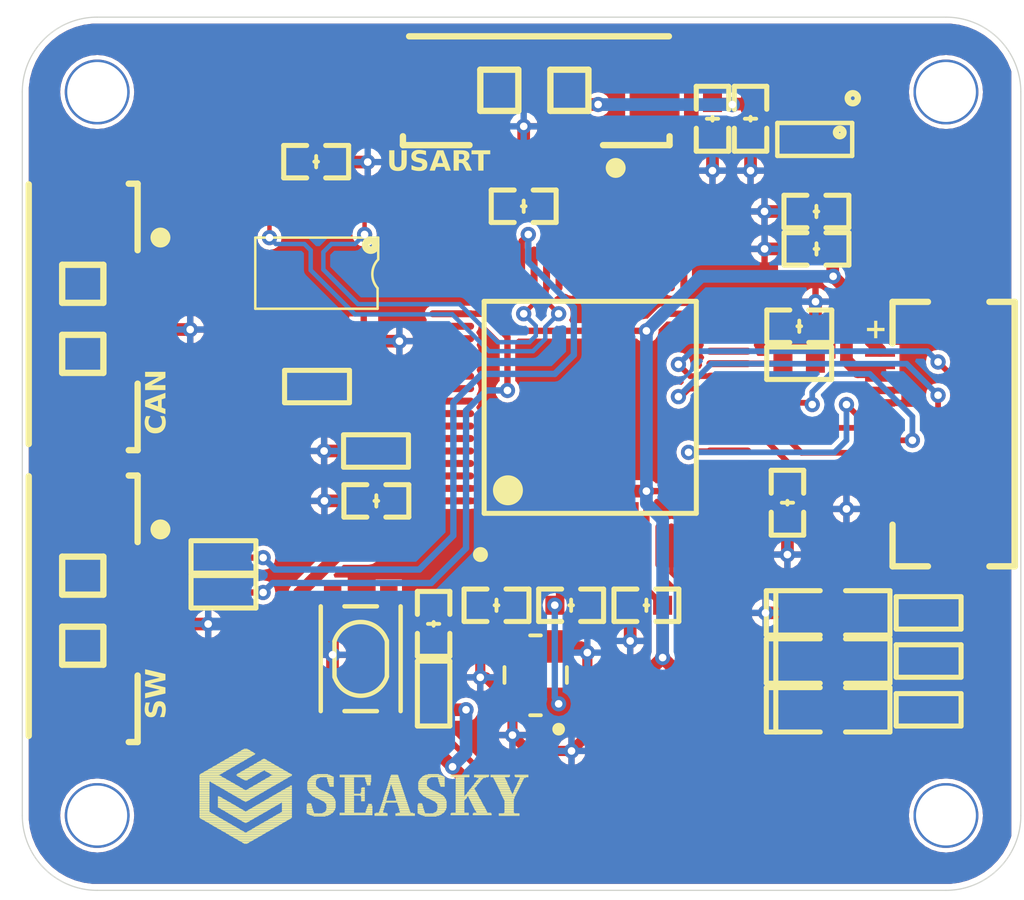
<source format=kicad_pcb>
(kicad_pcb (version 20241229) (generator "pcbnew") (generator_version "9.0")
  (layers (0 "F.Cu" signal "Top Layer") (2 "B.Cu" signal "Bottom Layer") (13 "F.Paste" user "Top Paste") (15 "B.Paste" user "Bottom Paste") (5 "F.SilkS" user "Top Overlay") (7 "B.SilkS" user "Bottom Overlay") (1 "F.Mask" user "Top Solder") (3 "B.Mask" user "Bottom Solder") (25 "Edge.Cuts" user))
  (net 0 "")
  (net 1 "USART1_RX(PA10)")
  (net 2 "USART1_TX(P9)")
  (net 3 "NetC10_1")
  (net 4 "NetR6_1")
  (net 5 "CAN_L")
  (net 6 "CAN_H")
  (net 7 "NetC8_2")
  (net 8 "NetR8_2")
  (net 9 "NetR9_2")
  (net 10 "NetR11_2")
  (net 11 "NetC17_2")
  (net 12 "SPI1_MISO(PA6)")
  (net 13 "SPI1_MOSI(PA7)")
  (net 14 "CSB1_ACC(PC4)")
  (net 15 "LED2(PA1)")
  (net 16 "LED1(PA0)")
  (net 17 "NetLED1_1")
  (net 18 "NetLED3_1")
  (net 19 "NetLED2_1")
  (net 20 "NRST")
  (net 21 "NetC9_2")
  (net 22 "CAN1_RX(PA11)")
  (net 23 "CAN1_TX(PA12)")
  (net 24 "SWDIO(PA13)")
  (net 25 "SWCLK(PA14)")
  (net 26 "INT1_ACCEL(PB0)")
  (net 27 "INT3_GYRO(PB1)")
  (net 28 "CSB2_GYRO(PC5)")
  (net 29 "SPI1_SCK(PA5)")
  (net 30 "VCC5VS")
  (net 31 "GNDS")
  (net 32 "VCC3V3S")
  (footprint "1.10-µçÈÝ:C 0603_L" (layer "F.Cu") (at 148.5859 95.08391 180)
    (property "Reference" "C8" (hide yes))
    (property "Value" "2.2uF" (hide yes))
  )
  (footprint "1.10-µçÈÝ:C 0603_L" (layer "F.Cu") (at 160.31237 95.29301)
    (property "Reference" "C14" (hide yes))
    (property "Value" "10uF" (hide yes))
  )
  (footprint "mx_pcb_library:SMD-3225_4P" (layer "F.Cu") (at 149.98614 115.02759 90)
    (property "Reference" "Y1" (hide yes))
    (property "Value" "12MHz" (hide yes))
  )
  (footprint "1.01-µç×è:R 0603_L" (layer "F.Cu") (at 136.55962 109.13882 180)
    (property "Reference" "R8" (hide yes))
    (property "Value" "0R" (hide yes))
  )
  (footprint "1.10-µçÈÝ:C 0603_L" (layer "F.Cu") (at 142.6833 106.89324)
    (property "Reference" "C3" (hide yes))
    (property "Value" "0.1uF" (hide yes))
  )
  (footprint "1.10-µçÈÝ:C 0603_L" (layer "F.Cu") (at 147.4967 111.07657 180)
    (property "Reference" "C10" (hide yes))
    (property "Value" "22pF" (hide yes))
  )
  (footprint "1.01-µç×è:R 0603_L" (layer "F.Cu") (at 164.8079 113.31193)
    (property "Reference" "R3" (hide yes))
    (property "Value" "4.7K" (hide yes))
  )
  (footprint "1.01-µç×è:R 0603_L" (layer "F.Cu") (at 142.6707 104.89325 180)
    (property "Reference" "R6" (hide yes))
    (property "Value" "10K" (hide yes))
  )
  (footprint "1.10-µçÈÝ:C 0603_L" (layer "F.Cu") (at 160.31533 96.79353)
    (property "Reference" "C15" (hide yes))
    (property "Value" "0.1uF" (hide yes))
  )
  (footprint "1.10-µçÈÝ:C 0603_L" (layer "F.Cu") (at 159.15187 106.96623 90)
    (property "Reference" "C18" (hide yes))
    (property "Value" "0.1uF" (hide yes))
  )
  (footprint "1.10-µçÈÝ:C 0603_L" (layer "F.Cu") (at 150.48601 111.07649 180)
    (property "Reference" "C9" (hide yes))
    (property "Value" "22pF" (hide yes))
  )
  (footprint "4.50-MX1.25Á¬½ÓÆ÷:MX 1.25-WS-4P" (layer "F.Cu") (at 130.9867 111.11074 -90)
    (property "Reference" "SW1" (hide yes))
    (property "Value" "HDR-1X4" (hide yes))
  )
  (footprint "1.01-µç×è:R 0603_L" (layer "F.Cu") (at 136.55962 110.53574 180)
    (property "Reference" "R9" (hide yes))
    (property "Value" "0R" (hide yes))
  )
  (footprint "" (layer "F.Cu") (at 131.5011 90.5036)
    (property "Reference" "")
    (property "Value" "")
  )
  (footprint "1.01-µç×è:R 0603_L" (layer "F.Cu") (at 144.97773 114.61651 -90)
    (property "Reference" "R10" (hide yes))
    (property "Value" "10K" (hide yes))
  )
  (footprint "mx_pcb_library:LQFP-64_10X10X05P" (layer "F.Cu") (at 151.25207 103.14319 90)
    (property "Reference" "U3" (hide yes))
    (property "Value" "STM32F405RGT6" (hide yes))
  )
  (footprint "mx_pcb_library:FPC-SMD_P0.50-14P_QCHF-SM-H2.0" (layer "F.Cu") (at 164.4371 104.2156 -90)
    (property "Reference" "FPC2" (hide yes))
    (property "Value" "FPC14" (hide yes))
  )
  (footprint "1.31-LED·¢¹â¶þ¼«¹Ü:LED 0805R" (layer "F.Cu") (at 160.9725 111.38153 180)
    (property "Reference" "LED1" (hide yes))
    (property "Value" "红色" (hide yes))
  )
  (footprint "1.10-µçÈÝ:C 0603_L" (layer "F.Cu") (at 157.6735 91.57634 90)
    (property "Reference" "C12" (hide yes))
    (property "Value" "0.1uF" (hide yes))
  )
  (footprint "1.31-LED·¢¹â¶þ¼«¹Ü:LED 0805G" (layer "F.Cu") (at 160.9725 113.31193 180)
    (property "Reference" "LED3" (hide yes))
    (property "Value" "红色" (hide yes))
  )
  (footprint "4.50-MX1.25Á¬½ÓÆ÷:MX 1.25-WS-4P" (layer "F.Cu") (at 130.9867 99.41247 -90)
    (property "Reference" "CAN1" (hide yes))
    (property "Value" "HDR-1X4" (hide yes))
  )
  (footprint "1.10-µçÈÝ:C 0603_L" (layer "F.Cu") (at 140.27279 93.29649)
    (property "Reference" "C19" (hide yes))
    (property "Value" "0.1uF" (hide yes))
  )
  (footprint "1.01-µç×è:R 0603_L" (layer "F.Cu") (at 159.6215 101.37542 180)
    (property "Reference" "R11" (hide yes))
    (property "Value" "10K" (hide yes))
  )
  (footprint "1.10-µçÈÝ:C 0603_L" (layer "F.Cu") (at 159.62602 99.89334 180)
    (property "Reference" "C17" (hide yes))
    (property "Value" "2.2uF" (hide yes))
  )
  (footprint "2.07-SOT·â×°:SOT23-5L" (layer "F.Cu") (at 160.2461 92.4046 180)
    (property "Reference" "U4" (hide yes))
    (property "Value" "RT9013-33GB" (hide yes))
  )
  (footprint "1.01-µç×è:R 0603_L" (layer "F.Cu") (at 164.8079 111.38153)
    (property "Reference" "R1" (hide yes))
    (property "Value" "4.7K" (hide yes))
  )
  (footprint "mx_pcb_library:SMD-3.2*4.2" (layer "F.Cu") (at 142.05673 113.21951 -90)
    (property "Reference" "RST1" (hide yes))
    (property "Value" "RES" (hide yes))
  )
  (footprint "" (layer "F.Cu") (at 165.5011 90.5036)
    (property "Reference" "")
    (property "Value" "")
  )
  (footprint "mx_pcb_library:SOIC-8_150mil" (layer "F.Cu") (at 142.17779 94.99118 -90)
    (property "Reference" "J1" (hide yes))
    (property "Value" "TJA1050" (hide yes))
  )
  (footprint "1.10-µçÈÝ:C 0603_L" (layer "F.Cu") (at 156.1495 91.57634 90)
    (property "Reference" "C11" (hide yes))
    (property "Value" "10uF" (hide yes))
  )
  (footprint "1.10-µçÈÝ:C 0603_L" (layer "F.Cu") (at 144.97773 111.82251 -90)
    (property "Reference" "C16" (hide yes))
    (property "Value" "0.1uF" (hide yes))
  )
  (footprint "" (layer "F.Cu") (at 131.5011 119.5036)
    (property "Reference" "")
    (property "Value" "")
  )
  (footprint "1.01-µç×è:R 0603_L" (layer "F.Cu") (at 164.8079 115.26765)
    (property "Reference" "R2" (hide yes))
    (property "Value" "4.7K" (hide yes))
  )
  (footprint "" (layer "F.Cu") (at 165.5011 119.5036)
    (property "Reference" "")
    (property "Value" "")
  )
  (footprint "1.10-µçÈÝ:C 0603_L" (layer "F.Cu") (at 153.502 111.07641)
    (property "Reference" "C13" (hide yes))
    (property "Value" "0.1uF" (hide yes))
  )
  (footprint "4.50-MX1.25Á¬½ÓÆ÷:MX 1.25-WS-4P" (layer "F.Cu") (at 149.1971 90.4996 180)
    (property "Reference" "UART1" (hide yes))
    (property "Value" "HDR-1X4" (hide yes))
  )
  (footprint "1.31-LED·¢¹â¶þ¼«¹Ü:LED 0805G" (layer "F.Cu") (at 160.9725 115.26773 180)
    (property "Reference" "LED2" (hide yes))
    (property "Value" "红色" (hide yes))
  )
  (footprint "1.01-µç×è:R 0603_L" (layer "F.Cu") (at 140.3071 102.3106 180)
    (property "Reference" "R12" (hide yes))
    (property "Value" "120R" (hide yes))
  )
  (footprint "mx_logo:SEASKY1" (layer "F.Cu") (at 135.6081 120.0395)
    (property "Reference" "Designator3236" (hide yes))
    (property "Value" "Comment" (hide yes))
  )
  (gr_rect (start 164.9451 115.86951) (end 166.2151 110.88854) (fill yes) (layer "F.Cu") (net 32))
  (gr_rect (start 160.5001 97.25044) (end 161.5161 93.0396) (fill yes) (layer "F.Cu") (net 32))
  (gr_line (start 165.5011 122.5036) (end 131.5011 122.5036) (stroke (width 0.05)) (layer "Edge.Cuts"))
  (gr_arc (start 165.5011 87.5036) (mid 167.62242 88.38228) (end 168.5011 90.5036) (stroke (width 0.05)) (layer "Edge.Cuts"))
  (gr_line (start 131.5011 87.5036) (end 165.5011 87.5036) (stroke (width 0.05)) (layer "Edge.Cuts"))
  (gr_line (start 128.5011 119.5036) (end 128.5011 90.5036) (stroke (width 0.05)) (layer "Edge.Cuts"))
  (gr_line (start 168.5011 90.5036) (end 168.5011 119.5036) (stroke (width 0.05)) (layer "Edge.Cuts"))
  (gr_arc (start 168.5011 119.5036) (mid 167.62242 121.62492) (end 165.5011 122.5036) (stroke (width 0.05)) (layer "Edge.Cuts"))
  (gr_arc (start 131.5011 122.5036) (mid 129.37978 121.62492) (end 128.5011 119.5036) (stroke (width 0.05)) (layer "Edge.Cuts"))
  (gr_arc (start 128.5011 90.5036) (mid 129.37978 88.38228) (end 131.5011 87.5036) (stroke (width 0.05)) (layer "Edge.Cuts"))
  (gr_text "+" (at 163.176117 100.49211 90) (layer "F.SilkS") (effects (font (size 0.8001 0.8001) (thickness 0.254) (bold yes) (italic yes)) (justify left bottom)))
  (gr_text "USART" (at 143.09402 93.792237 360) (layer "F.SilkS") (effects (font (size 0.8001 0.8001) (thickness 0.254) (bold yes) (italic yes)) (justify left bottom)))
  (gr_text "SW" (at 134.370717 115.6456 90) (layer "F.SilkS") (effects (font (size 0.8001 0.8001) (thickness 0.254) (bold yes) (italic yes)) (justify left bottom)))
  (gr_text "CAN" (at 134.370717 104.24317 90) (layer "F.SilkS") (effects (font (size 0.8001 0.8001) (thickness 0.254) (bold yes) (italic yes)) (justify left bottom)))
  (segment (start 149.8359 93.3102) (end 150.00214 93.47644) (width 0.1778) (layer "F.Cu") (net 1))
  (segment (start 150.00214 97.59329) (end 150.00214 93.47644) (width 0.1778) (layer "F.Cu") (net 1))
  (segment (start 151.0859 94.78047) (end 151.0859 93.3102) (width 0.1778) (layer "F.Cu") (net 2))
  (segment (start 150.50201 97.59329) (end 150.50201 95.36436) (width 0.1778) (layer "F.Cu") (net 2))
  (segment (start 150.50201 95.36436) (end 151.0859 94.78047) (width 0.1778) (layer "F.Cu") (net 2))
  (segment (start 148.13615 112.72757) (end 148.14679 112.71694) (width 0.254) (layer "F.Cu") (net 3))
  (segment (start 148.14679 111.07649) (end 149.49704 109.72624) (width 0.254) (layer "F.Cu") (net 3))
  (segment (start 149.49704 108.69806) (end 149.50201 108.69309) (width 0.254) (layer "F.Cu") (net 3))
  (segment (start 148.14679 112.71694) (end 148.14679 111.07649) (width 0.254) (layer "F.Cu") (net 3))
  (segment (start 149.49704 109.72624) (end 149.49704 108.69806) (width 0.254) (layer "F.Cu") (net 3))
  (segment (start 143.32079 104.89317) (end 143.32087 104.89325) (width 0.254) (layer "F.Cu") (net 4))
  (segment (start 143.32087 104.89325) (end 145.70217 104.89325) (width 0.254) (layer "F.Cu") (net 4))
  (segment (start 139.63779 102.29113) (end 139.63779 100.49118) (width 0.254) (layer "F.Cu") (net 5))
  (segment (start 134.19937 97.52367) (end 134.6683 97.9926) (width 0.254) (layer "F.Cu") (net 5))
  (segment (start 139.63779 102.29113) (end 139.65718 102.31052) (width 0.254) (layer "F.Cu") (net 5))
  (segment (start 138.00916 103.7076) (end 139.5967 103.7076) (width 0.254) (layer "F.Cu") (net 5))
  (segment (start 133.7973 97.52367) (end 134.19937 97.52367) (width 0.254) (layer "F.Cu") (net 5))
  (segment (start 137.2097 102.90814) (end 137.2097 99.25661) (width 0.254) (layer "F.Cu") (net 5))
  (segment (start 135.94569 97.9926) (end 137.2097 99.25661) (width 0.254) (layer "F.Cu") (net 5))
  (segment (start 139.65718 102.31052) (end 140.0531 102.70644) (width 0.254) (layer "F.Cu") (net 5))
  (segment (start 137.2097 102.90814) (end 138.00916 103.7076) (width 0.254) (layer "F.Cu") (net 5))
  (segment (start 140.0531 103.2512) (end 140.0531 102.70644) (width 0.254) (layer "F.Cu") (net 5))
  (segment (start 134.6683 97.9926) (end 135.94569 97.9926) (width 0.254) (layer "F.Cu") (net 5))
  (segment (start 139.5967 103.7076) (end 140.0531 103.2512) (width 0.254) (layer "F.Cu") (net 5))
  (segment (start 134.31904 98.77367) (end 134.6683 98.4244) (width 0.254) (layer "F.Cu") (net 6))
  (segment (start 140.90778 102.26111) (end 140.95719 102.31052) (width 0.254) (layer "F.Cu") (net 6))
  (segment (start 134.6683 98.4244) (end 135.56043 98.4244) (width 0.254) (layer "F.Cu") (net 6))
  (segment (start 137.90651 104.2156) (end 139.98475 104.2156) (width 0.254) (layer "F.Cu") (net 6))
  (segment (start 136.6241 102.9332) (end 136.6241 99.48807) (width 0.254) (layer "F.Cu") (net 6))
  (segment (start 135.56043 98.4244) (end 136.6241 99.48807) (width 0.254) (layer "F.Cu") (net 6))
  (segment (start 140.90778 102.26111) (end 140.90778 100.49118) (width 0.254) (layer "F.Cu") (net 6))
  (segment (start 133.7973 98.77367) (end 134.31904 98.77367) (width 0.254) (layer "F.Cu") (net 6))
  (segment (start 140.5611 103.63925) (end 140.5611 102.7066) (width 0.254) (layer "F.Cu") (net 6))
  (segment (start 136.6241 102.9332) (end 137.90651 104.2156) (width 0.254) (layer "F.Cu") (net 6))
  (segment (start 140.5611 102.7066) (end 140.95719 102.31052) (width 0.254) (layer "F.Cu") (net 6))
  (segment (start 139.98475 104.2156) (end 140.5611 103.63925) (width 0.254) (layer "F.Cu") (net 6))
  (segment (start 147.93598 95.08383) (end 148.00214 95.14999) (width 0.254) (layer "F.Cu") (net 7))
  (segment (start 148.00214 97.59329) (end 148.00214 95.14999) (width 0.254) (layer "F.Cu") (net 7))
  (segment (start 135.8265 109.22194) (end 135.9097 109.13874) (width 0.254) (layer "F.Cu") (net 8))
  (segment (start 133.7973 109.22194) (end 135.8265 109.22194) (width 0.254) (layer "F.Cu") (net 8))
  (segment (start 133.86102 110.53566) (end 135.9097 110.53566) (width 0.254) (layer "F.Cu") (net 9))
  (segment (start 133.7973 110.47194) (end 133.86102 110.53566) (width 0.254) (layer "F.Cu") (net 9))
  (segment (start 156.80197 101.39313) (end 158.95379 101.39313) (width 0.254) (layer "F.Cu") (net 10))
  (segment (start 158.95379 101.39313) (end 158.97158 101.37534) (width 0.2286) (layer "F.Cu") (net 10))
  (segment (start 156.80197 99.89326) (end 158.9761 99.89326) (width 0.254) (layer "F.Cu") (net 11))
  (segment (start 158.21869 104.39312) (end 159.29114 105.46558) (width 0.2286) (layer "F.Cu") (net 12))
  (segment (start 156.80197 104.39312) (end 158.21869 104.39312) (width 0.2286) (layer "F.Cu") (net 12))
  (segment (start 162.86201 105.46558) (end 162.86205 105.46554) (width 0.2286) (layer "F.Cu") (net 12))
  (segment (start 159.29114 105.46558) (end 162.86201 105.46558) (width 0.2286) (layer "F.Cu") (net 12))
  (segment (start 156.80197 103.89325) (end 158.64187 103.89325) (width 0.2286) (layer "F.Cu") (net 13))
  (segment (start 158.64187 103.89325) (end 159.71429 104.96567) (width 0.2286) (layer "F.Cu") (net 13))
  (segment (start 159.71429 104.96567) (end 162.86205 104.96567) (width 0.2286) (layer "F.Cu") (net 13))
  (segment (start 156.80197 103.39312) (end 159.14183 103.39312) (width 0.2286) (layer "F.Cu") (net 14))
  (segment (start 159.14183 103.39312) (end 159.71429 103.96558) (width 0.2286) (layer "F.Cu") (net 14))
  (segment (start 159.71429 103.96558) (end 162.86196 103.96558) (width 0.2286) (layer "F.Cu") (net 14))
  (segment (start 162.86196 103.96558) (end 162.86205 103.96567) (width 0.2286) (layer "F.Cu") (net 14))
  (segment (start 155.15522 112.44574) (end 155.15522 110.43773) (width 0.1778) (layer "F.Cu") (net 15))
  (segment (start 154.502 109.7845) (end 155.15522 110.43773) (width 0.1778) (layer "F.Cu") (net 15))
  (segment (start 159.04801 113.96642) (end 159.7025 113.31193) (width 0.1778) (layer "F.Cu") (net 15))
  (segment (start 155.15522 112.44574) (end 156.6759 113.96642) (width 0.1778) (layer "F.Cu") (net 15))
  (segment (start 154.502 109.7845) (end 154.502 108.69309) (width 0.1778) (layer "F.Cu") (net 15))
  (segment (start 156.6759 113.96642) (end 159.04801 113.96642) (width 0.1778) (layer "F.Cu") (net 15))
  (segment (start 154.00213 109.78752) (end 154.00213 108.69309) (width 0.1778) (layer "F.Cu") (net 16))
  (segment (start 156.77041 114.6682) (end 159.10297 114.6682) (width 0.1778) (layer "F.Cu") (net 16))
  (segment (start 154.00213 109.78752) (end 154.79962 110.58502) (width 0.1778) (layer "F.Cu") (net 16))
  (segment (start 154.79962 112.69742) (end 154.79962 110.58502) (width 0.1778) (layer "F.Cu") (net 16))
  (segment (start 154.79962 112.69742) (end 156.77041 114.6682) (width 0.1778) (layer "F.Cu") (net 16))
  (segment (start 159.10297 114.6682) (end 159.7025 115.26773) (width 0.1778) (layer "F.Cu") (net 16))
  (segment (start 162.2425 111.38153) (end 162.24255 111.38157) (width 0.508) (layer "F.Cu") (net 17))
  (segment (start 164.15778 111.38157) (end 164.15782 111.38161) (width 0.508) (layer "F.Cu") (net 17))
  (segment (start 162.24255 111.38157) (end 164.15778 111.38157) (width 0.508) (layer "F.Cu") (net 17))
  (segment (start 162.24255 113.31197) (end 164.15778 113.31197) (width 0.508) (layer "F.Cu") (net 18))
  (segment (start 164.15778 113.31197) (end 164.15782 113.31201) (width 0.508) (layer "F.Cu") (net 18))
  (segment (start 162.2425 113.31193) (end 162.24255 113.31197) (width 0.508) (layer "F.Cu") (net 18))
  (segment (start 162.2425 115.26773) (end 164.15782 115.26773) (width 0.508) (layer "F.Cu") (net 19))
  (segment (start 164.15782 115.26773) (end 164.15782 115.26773) (width 0.508) (layer "F.Cu") (net 19))
  (segment (start 151.32817 110.09339) (end 152.00213 110.76736) (width 0.2286) (layer "F.Cu") (net 20))
  (segment (start 143.18174 115.86951) (end 143.18174 115.46951) (width 0.2286) (layer "F.Cu") (net 20))
  (segment (start 144.97765 113.96643) (end 144.97765 113.96642) (width 0.2286) (layer "F.Cu") (net 20))
  (segment (start 151.06979 118.09091) (end 152.00213 117.15857) (width 0.2286) (layer "F.Cu") (net 20))
  (segment (start 143.18174 111.36951) (end 143.41744 111.60521) (width 0.2286) (layer "F.Cu") (net 20))
  (segment (start 147.22947 118.09091) (end 151.06979 118.09091) (width 0.2286) (layer "F.Cu") (net 20))
  (segment (start 152.00213 117.15857) (end 152.00213 110.76736) (width 0.2286) (layer "F.Cu") (net 20))
  (segment (start 145.67316 116.5346) (end 147.22947 118.09091) (width 0.2286) (layer "F.Cu") (net 20))
  (segment (start 150.50201 109.70703) (end 150.88837 110.09339) (width 0.2286) (layer "F.Cu") (net 20))
  (segment (start 143.84683 116.5346) (end 145.67316 116.5346) (width 0.2286) (layer "F.Cu") (net 20))
  (segment (start 144.97765 113.96642) (end 144.97765 112.47243) (width 0.2286) (layer "F.Cu") (net 20))
  (segment (start 150.50201 109.70703) (end 150.50201 108.69309) (width 0.2286) (layer "F.Cu") (net 20))
  (segment (start 143.41744 112.28228) (end 143.41744 111.60521) (width 0.2286) (layer "F.Cu") (net 20))
  (segment (start 143.18174 111.36951) (end 143.18174 110.96951) (width 0.2286) (layer "F.Cu") (net 20))
  (segment (start 143.18174 114.4299) (end 143.64521 113.96643) (width 0.2286) (layer "F.Cu") (net 20))
  (segment (start 143.60758 112.47243) (end 144.97765 112.47243) (width 0.2286) (layer "F.Cu") (net 20))
  (segment (start 143.64521 113.96643) (end 144.97765 113.96643) (width 0.2286) (layer "F.Cu") (net 20))
  (segment (start 150.88837 110.09339) (end 151.32817 110.09339) (width 0.2286) (layer "F.Cu") (net 20))
  (segment (start 143.41744 112.28228) (end 143.60758 112.47243) (width 0.2286) (layer "F.Cu") (net 20))
  (segment (start 143.18174 115.46951) (end 143.18174 114.4299) (width 0.2286) (layer "F.Cu") (net 20))
  (segment (start 143.18174 115.86951) (end 143.84683 116.5346) (width 0.2286) (layer "F.Cu") (net 20))
  (segment (start 149.8321 111.08039) (end 149.83609 111.07641) (width 0.254) (layer "F.Cu") (net 21))
  (segment (start 149.83609 111.07641) (end 150.00214 110.91036) (width 0.254) (layer "F.Cu") (net 21))
  (segment (start 150.00214 110.91036) (end 150.00214 108.69309) (width 0.254) (layer "F.Cu") (net 21))
  (segment (start 149.8321 111.08039) (end 149.8321 111.0736) (width 0.254) (layer "F.Cu") (net 21))
  (via (at 149.8321 111.0736) (size 0.6096) (drill 0.3048) (layers "F.Cu" "B.Cu") (net 21))
  (via (at 149.98614 115.02759) (size 0.6096) (drill 0.3048) (layers "F.Cu" "B.Cu") (net 21))
  (segment (start 149.98614 115.02759) (end 149.98614 114.93136) (width 0.254) (layer "B.Cu") (net 21))
  (segment (start 149.8321 114.77733) (end 149.8321 111.0736) (width 0.254) (layer "B.Cu") (net 21))
  (segment (start 149.8321 114.77733) (end 149.98614 114.93136) (width 0.254) (layer "B.Cu") (net 21))
  (segment (start 149.50201 98.90901) (end 149.98614 99.39313) (width 0.1778) (layer "F.Cu") (net 22))
  (segment (start 138.36779 94.99117) (end 138.4021 95.02548) (width 0.1778) (layer "F.Cu") (net 22))
  (segment (start 138.4021 96.3416) (end 138.4021 95.02548) (width 0.1778) (layer "F.Cu") (net 22))
  (segment (start 149.50201 98.90901) (end 149.50201 97.59329) (width 0.1778) (layer "F.Cu") (net 22))
  (via (at 138.4021 96.3416) (size 0.6096) (drill 0.3048) (layers "F.Cu" "B.Cu") (net 22))
  (via (at 149.98614 99.39313) (size 0.6096) (drill 0.3048) (layers "F.Cu" "B.Cu") (net 22))
  (segment (start 145.72455 99.41551) (end 147.2023 100.89326) (width 0.1778) (layer "B.Cu") (net 22))
  (segment (start 148.95834 100.89326) (end 149.4511 100.40049) (width 0.1778) (layer "B.Cu") (net 22))
  (segment (start 139.7991 96.5956) (end 140.0531 96.8496) (width 0.1778) (layer "B.Cu") (net 22))
  (segment (start 140.0531 97.64592) (end 140.0531 96.8496) (width 0.1778) (layer "B.Cu") (net 22))
  (segment (start 138.4021 96.3416) (end 138.6561 96.5956) (width 0.1778) (layer "B.Cu") (net 22))
  (segment (start 138.6561 96.5956) (end 139.7991 96.5956) (width 0.1778) (layer "B.Cu") (net 22))
  (segment (start 147.2023 100.89326) (end 148.95834 100.89326) (width 0.1778) (layer "B.Cu") (net 22))
  (segment (start 140.0531 97.64592) (end 141.82269 99.41551) (width 0.1778) (layer "B.Cu") (net 22))
  (segment (start 149.4511 100.40049) (end 149.4511 99.92817) (width 0.1778) (layer "B.Cu") (net 22))
  (segment (start 141.82269 99.41551) (end 145.72455 99.41551) (width 0.1778) (layer "B.Cu") (net 22))
  (segment (start 149.4511 99.92817) (end 149.98614 99.39313) (width 0.1778) (layer "B.Cu") (net 22))
  (segment (start 142.2121 96.2146) (end 142.2121 95.02549) (width 0.1778) (layer "F.Cu") (net 23))
  (segment (start 149.00214 98.97689) (end 149.00214 97.59329) (width 0.1778) (layer "F.Cu") (net 23))
  (segment (start 148.5859 99.39313) (end 149.00214 98.97689) (width 0.1778) (layer "F.Cu") (net 23))
  (segment (start 142.17779 94.99118) (end 142.2121 95.02549) (width 0.1778) (layer "F.Cu") (net 23))
  (via (at 148.5859 99.39313) (size 0.6096) (drill 0.3048) (layers "F.Cu" "B.Cu") (net 23))
  (via (at 142.2121 96.2146) (size 0.6096) (drill 0.3048) (layers "F.Cu" "B.Cu") (net 23))
  (segment (start 140.5611 96.9206) (end 140.8861 96.5956) (width 0.1778) (layer "B.Cu") (net 23))
  (segment (start 141.8311 96.5956) (end 142.2121 96.2146) (width 0.1778) (layer "B.Cu") (net 23))
  (segment (start 140.5611 97.62093) (end 141.94877 99.0086) (width 0.1778) (layer "B.Cu") (net 23))
  (segment (start 141.94877 99.0086) (end 146.0221 99.0086) (width 0.1778) (layer "B.Cu") (net 23))
  (segment (start 147.5461 100.5326) (end 148.8161 100.5326) (width 0.1778) (layer "B.Cu") (net 23))
  (segment (start 140.8861 96.5956) (end 141.8311 96.5956) (width 0.1778) (layer "B.Cu") (net 23))
  (segment (start 146.0221 99.0086) (end 147.5461 100.5326) (width 0.1778) (layer "B.Cu") (net 23))
  (segment (start 149.0701 100.2786) (end 149.0701 99.87734) (width 0.1778) (layer "B.Cu") (net 23))
  (segment (start 148.5859 99.39313) (end 149.0701 99.87734) (width 0.1778) (layer "B.Cu") (net 23))
  (segment (start 148.8161 100.5326) (end 149.0701 100.2786) (width 0.1778) (layer "B.Cu") (net 23))
  (segment (start 140.5611 97.62093) (end 140.5611 96.9206) (width 0.1778) (layer "B.Cu") (net 23))
  (segment (start 148.50201 97.59329) (end 148.50699 97.58831) (width 0.254) (layer "F.Cu") (net 24))
  (segment (start 137.23956 109.1686) (end 138.1481 109.1686) (width 0.254) (layer "F.Cu") (net 24))
  (segment (start 148.50699 97.58831) (end 148.50699 96.47876) (width 0.254) (layer "F.Cu") (net 24))
  (segment (start 137.2097 109.13874) (end 137.23956 109.1686) (width 0.254) (layer "F.Cu") (net 24))
  (segment (start 148.50699 96.47876) (end 148.77115 96.2146) (width 0.254) (layer "F.Cu") (net 24))
  (via (at 148.77115 96.2146) (size 0.6096) (drill 0.3048) (layers "F.Cu" "B.Cu") (net 24))
  (via (at 138.1481 109.1686) (size 0.6096) (drill 0.3048) (layers "F.Cu" "B.Cu") (net 24))
  (segment (start 144.40222 109.64548) (end 145.7681 108.2796) (width 0.254) (layer "B.Cu") (net 24))
  (segment (start 149.8321 101.8026) (end 150.59574 101.03897) (width 0.254) (layer "B.Cu") (net 24))
  (segment (start 145.7681 102.9456) (end 146.9111 101.8026) (width 0.254) (layer "B.Cu") (net 24))
  (segment (start 150.59574 101.03897) (end 150.59574 99.14063) (width 0.254) (layer "B.Cu") (net 24))
  (segment (start 145.7681 108.2796) (end 145.7681 102.9456) (width 0.254) (layer "B.Cu") (net 24))
  (segment (start 148.77115 97.31604) (end 150.59574 99.14063) (width 0.254) (layer "B.Cu") (net 24))
  (segment (start 148.77115 97.31604) (end 148.77115 96.2146) (width 0.254) (layer "B.Cu") (net 24))
  (segment (start 138.62498 109.64548) (end 144.40222 109.64548) (width 0.254) (layer "B.Cu") (net 24))
  (segment (start 138.1481 109.1686) (end 138.62498 109.64548) (width 0.254) (layer "B.Cu") (net 24))
  (segment (start 146.9111 101.8026) (end 149.8321 101.8026) (width 0.254) (layer "B.Cu") (net 24))
  (segment (start 137.2097 110.53566) (end 137.23964 110.5656) (width 0.254) (layer "F.Cu") (net 25))
  (segment (start 147.00189 99.39313) (end 147.93598 100.32722) (width 0.254) (layer "F.Cu") (net 25))
  (segment (start 147.93598 102.46554) (end 147.93598 100.32722) (width 0.254) (layer "F.Cu") (net 25))
  (segment (start 145.70217 99.39313) (end 147.00189 99.39313) (width 0.254) (layer "F.Cu") (net 25))
  (segment (start 137.23964 110.5656) (end 138.1481 110.5656) (width 0.254) (layer "F.Cu") (net 25))
  (via (at 147.93598 102.46554) (size 0.6096) (drill 0.3048) (layers "F.Cu" "B.Cu") (net 25))
  (via (at 138.1481 110.5656) (size 0.6096) (drill 0.3048) (layers "F.Cu" "B.Cu") (net 25))
  (segment (start 138.5291 110.1846) (end 144.8791 110.1846) (width 0.254) (layer "B.Cu") (net 25))
  (segment (start 146.2761 103.27712) (end 147.08768 102.46554) (width 0.254) (layer "B.Cu") (net 25))
  (segment (start 146.2761 108.7876) (end 146.2761 103.27712) (width 0.254) (layer "B.Cu") (net 25))
  (segment (start 138.1481 110.5656) (end 138.5291 110.1846) (width 0.254) (layer "B.Cu") (net 25))
  (segment (start 147.08768 102.46554) (end 147.93598 102.46554) (width 0.254) (layer "B.Cu") (net 25))
  (segment (start 144.8791 110.1846) (end 146.2761 108.7876) (width 0.254) (layer "B.Cu") (net 25))
  (segment (start 163.03675 105.96566) (end 164.60025 105.96566) (width 0.2286) (layer "F.Cu") (net 26))
  (segment (start 165.18559 105.38033) (end 165.18559 102.65854) (width 0.2286) (layer "F.Cu") (net 26))
  (segment (start 155.21068 102.39313) (end 156.80197 102.39313) (width 0.2286) (layer "F.Cu") (net 26))
  (segment (start 154.7851 102.7156) (end 154.8882 102.7156) (width 0.2286) (layer "F.Cu") (net 26))
  (segment (start 154.8882 102.7156) (end 155.21068 102.39313) (width 0.2286) (layer "F.Cu") (net 26))
  (segment (start 164.60025 105.96566) (end 165.18559 105.38033) (width 0.2286) (layer "F.Cu") (net 26))
  (via (at 165.18559 102.65854) (size 0.6096) (drill 0.3048) (layers "F.Cu" "B.Cu") (net 26))
  (via (at 154.7851 102.7156) (size 0.6096) (drill 0.3048) (layers "F.Cu" "B.Cu") (net 26))
  (segment (start 163.92325 101.3962) (end 165.18559 102.65854) (width 0.2286) (layer "B.Cu") (net 26))
  (segment (start 154.7851 102.7156) (end 156.1045 101.3962) (width 0.2286) (layer "B.Cu") (net 26))
  (segment (start 156.1045 101.3962) (end 163.92325 101.3962) (width 0.2286) (layer "B.Cu") (net 26))
  (segment (start 162.86205 106.46554) (end 162.86208 106.46557) (width 0.2286) (layer "F.Cu") (net 27))
  (segment (start 165.18559 101.32551) (end 165.78249 101.92241) (width 0.2286) (layer "F.Cu") (net 27))
  (segment (start 165.78249 105.35816) (end 165.78249 101.92241) (width 0.2286) (layer "F.Cu") (net 27))
  (segment (start 155.25675 101.89325) (end 156.80197 101.89325) (width 0.2286) (layer "F.Cu") (net 27))
  (segment (start 162.86208 106.46557) (end 164.67508 106.46557) (width 0.2286) (layer "F.Cu") (net 27))
  (segment (start 164.67508 106.46557) (end 165.78249 105.35816) (width 0.2286) (layer "F.Cu") (net 27))
  (segment (start 154.7851 101.4216) (end 155.25675 101.89325) (width 0.2286) (layer "F.Cu") (net 27))
  (via (at 165.18559 101.32551) (size 0.6096) (drill 0.3048) (layers "F.Cu" "B.Cu") (net 27))
  (via (at 154.7851 101.4216) (size 0.6096) (drill 0.3048) (layers "F.Cu" "B.Cu") (net 27))
  (segment (start 154.7851 101.4216) (end 155.31345 100.89326) (width 0.2286) (layer "B.Cu") (net 27))
  (segment (start 155.31345 100.89326) (end 164.75334 100.89326) (width 0.2286) (layer "B.Cu") (net 27))
  (segment (start 164.75334 100.89326) (end 165.18559 101.32551) (width 0.2286) (layer "B.Cu") (net 27))
  (segment (start 156.80197 102.89325) (end 156.86974 102.96102) (width 0.2286) (layer "F.Cu") (net 28))
  (segment (start 162.86205 104.46554) (end 164.15782 104.46554) (width 0.2286) (layer "F.Cu") (net 28))
  (segment (start 160.07447 102.96102) (end 160.14523 103.03178) (width 0.2286) (layer "F.Cu") (net 28))
  (segment (start 164.15782 104.46554) (end 164.15782 104.46554) (width 0.2286) (layer "F.Cu") (net 28))
  (segment (start 156.86974 102.96102) (end 160.07447 102.96102) (width 0.2286) (layer "F.Cu") (net 28))
  (via (at 164.15782 104.46554) (size 0.6096) (drill 0.3048) (layers "F.Cu" "B.Cu") (net 28))
  (via (at 160.14523 103.03178) (size 0.6096) (drill 0.3048) (layers "F.Cu" "B.Cu") (net 28))
  (segment (start 160.8811 101.8026) (end 162.44947 101.8026) (width 0.2286) (layer "B.Cu") (net 28))
  (segment (start 164.15782 104.46554) (end 164.15782 103.51096) (width 0.2286) (layer "B.Cu") (net 28))
  (segment (start 160.14523 102.53847) (end 160.8811 101.8026) (width 0.2286) (layer "B.Cu") (net 28))
  (segment (start 160.14523 103.03178) (end 160.14523 102.53847) (width 0.2286) (layer "B.Cu") (net 28))
  (segment (start 162.44947 101.8026) (end 164.15782 103.51096) (width 0.2286) (layer "B.Cu") (net 28))
  (segment (start 156.79214 104.90308) (end 156.80197 104.89325) (width 0.2286) (layer "F.Cu") (net 29))
  (segment (start 155.23457 104.90308) (end 156.79214 104.90308) (width 0.2286) (layer "F.Cu") (net 29))
  (segment (start 161.5161 103.03178) (end 161.94986 103.46554) (width 0.2286) (layer "F.Cu") (net 29))
  (segment (start 161.94986 103.46554) (end 162.86205 103.46554) (width 0.2286) (layer "F.Cu") (net 29))
  (segment (start 155.1901 104.94755) (end 155.23457 104.90308) (width 0.2286) (layer "F.Cu") (net 29))
  (via (at 161.5161 103.03178) (size 0.6096) (drill 0.3048) (layers "F.Cu" "B.Cu") (net 29))
  (via (at 155.1901 104.94755) (size 0.6096) (drill 0.3048) (layers "F.Cu" "B.Cu") (net 29))
  (segment (start 161.03816 104.94755) (end 161.5161 104.4696) (width 0.2286) (layer "B.Cu") (net 29))
  (segment (start 155.1901 104.94755) (end 161.03816 104.94755) (width 0.2286) (layer "B.Cu") (net 29))
  (segment (start 161.5161 104.4696) (end 161.5161 103.03178) (width 0.2286) (layer "B.Cu") (net 29))
  (segment (start 156.92466 90.98816) (end 157.61184 90.98816) (width 0.508) (layer "F.Cu") (net 30))
  (segment (start 159.2961 90.95541) (end 159.2961 90.03518) (width 0.508) (layer "F.Cu") (net 30))
  (segment (start 159.2961 91.0046) (end 159.2961 90.95541) (width 0.508) (layer "F.Cu") (net 30))
  (segment (start 161.1961 91.0046) (end 162.2425 92.05101) (width 0.508) (layer "F.Cu") (net 30))
  (segment (start 160.8811 89.7376) (end 161.1961 90.0526) (width 0.508) (layer "F.Cu") (net 30))
  (segment (start 132.6871 96.3416) (end 134.47607 96.3416) (width 0.508) (layer "F.Cu") (net 30))
  (segment (start 131.7981 97.2306) (end 132.6871 96.3416) (width 0.508) (layer "F.Cu") (net 30))
  (segment (start 159.2961 90.03518) (end 159.59368 89.7376) (width 0.508) (layer "F.Cu") (net 30))
  (segment (start 156.14959 90.92641) (end 156.21134 90.98816) (width 0.508) (layer "F.Cu") (net 30))
  (segment (start 142.41492 92.22642) (end 143.4987 93.3102) (width 0.508) (layer "F.Cu") (net 30))
  (segment (start 148.14679 91.0046) (end 151.56868 91.0046) (width 0.508) (layer "F.Cu") (net 30))
  (segment (start 131.7981 100.74473) (end 131.7981 97.2306) (width 0.508) (layer "F.Cu") (net 30))
  (segment (start 157.61184 90.98816) (end 157.67359 90.92642) (width 0.508) (layer "F.Cu") (net 30))
  (segment (start 147.3359 93.3102) (end 147.3359 91.81549) (width 0.508) (layer "F.Cu") (net 30))
  (segment (start 139.6227 93.29657) (end 139.7497 93.16957) (width 0.508) (layer "F.Cu") (net 30))
  (segment (start 159.2671 90.92642) (end 159.2961 90.95541) (width 0.508) (layer "F.Cu") (net 30))
  (segment (start 162.48142 100.48114) (end 162.86196 100.86167) (width 0.508) (layer "F.Cu") (net 30))
  (segment (start 137.5211 93.29657) (end 139.6227 93.29657) (width 0.508) (layer "F.Cu") (net 30))
  (segment (start 132.32704 101.27367) (end 133.7973 101.27367) (width 0.508) (layer "F.Cu") (net 30))
  (segment (start 139.6227 93.29657) (end 139.63779 93.31165) (width 0.254) (layer "F.Cu") (net 30))
  (segment (start 156.92466 90.98816) (end 156.9441 91.0076) (width 0.508) (layer "F.Cu") (net 30))
  (segment (start 139.63779 94.99118) (end 139.63779 93.31165) (width 0.254) (layer "F.Cu") (net 30))
  (segment (start 139.7497 92.524) (end 140.04728 92.22642) (width 0.508) (layer "F.Cu") (net 30))
  (segment (start 134.47607 96.3416) (end 137.5211 93.29657) (width 0.508) (layer "F.Cu") (net 30))
  (segment (start 159.59368 89.7376) (end 160.8811 89.7376) (width 0.508) (layer "F.Cu") (net 30))
  (segment (start 156.21134 90.98816) (end 156.92466 90.98816) (width 0.508) (layer "F.Cu") (net 30))
  (segment (start 162.2425 97.75507) (end 162.48142 97.99398) (width 0.508) (layer "F.Cu") (net 30))
  (segment (start 139.7497 93.16957) (end 139.7497 92.524) (width 0.508) (layer "F.Cu") (net 30))
  (segment (start 131.7981 100.74473) (end 132.32704 101.27367) (width 0.508) (layer "F.Cu") (net 30))
  (segment (start 140.04728 92.22642) (end 142.41492 92.22642) (width 0.508) (layer "F.Cu") (net 30))
  (segment (start 162.2425 97.75507) (end 162.2425 92.05101) (width 0.508) (layer "F.Cu") (net 30))
  (segment (start 147.3359 91.81549) (end 148.14679 91.0046) (width 0.508) (layer "F.Cu") (net 30))
  (segment (start 162.48142 100.48114) (end 162.48142 97.99398) (width 0.508) (layer "F.Cu") (net 30))
  (segment (start 143.4987 93.3102) (end 147.3359 93.3102) (width 0.508) (layer "F.Cu") (net 30))
  (segment (start 161.1961 91.0046) (end 161.1961 90.0526) (width 0.508) (layer "F.Cu") (net 30))
  (segment (start 157.67359 90.92642) (end 159.2671 90.92642) (width 0.508) (layer "F.Cu") (net 30))
  (via (at 151.56868 91.0046) (size 0.6096) (drill 0.3048) (layers "F.Cu" "B.Cu") (net 30))
  (via (at 156.9441 91.0076) (size 0.6096) (drill 0.3048) (layers "F.Cu" "B.Cu") (net 30))
  (segment (start 151.56868 91.0046) (end 151.57168 91.0076) (width 0.508) (layer "B.Cu") (net 30))
  (segment (start 151.57168 91.0076) (end 156.9441 91.0076) (width 0.508) (layer "B.Cu") (net 30))
  (segment (start 148.5859 91.88133) (end 148.58683 91.8804) (width 0.508) (layer "F.Cu") (net 31))
  (segment (start 162.86205 107.2156) (end 162.86205 106.96566) (width 0.254) (layer "F.Cu") (net 31))
  (segment (start 150.50109 116.9156) (end 151.13617 116.28052) (width 0.4064) (layer "F.Cu") (net 31))
  (segment (start 140.92722 110.97402) (end 140.93173 110.96951) (width 0.508) (layer "F.Cu") (net 31))
  (segment (start 150.88837 112.72757) (end 151.13617 112.97537) (width 0.4064) (layer "F.Cu") (net 31))
  (segment (start 146.84678 113.96642) (end 147.07499 113.96642) (width 0.4064) (layer "F.Cu") (net 31))
  (segment (start 147.07499 113.96642) (end 148.13615 115.02759) (width 0.4064) (layer "F.Cu") (net 31))
  (segment (start 148.5859 93.3102) (end 148.5859 91.88133) (width 0.508) (layer "F.Cu") (net 31))
  (segment (start 151.13609 111.07641) (end 151.13617 111.07649) (width 0.4064) (layer "F.Cu") (net 31))
  (segment (start 160.27384 99.89552) (end 160.2761 99.89326) (width 0.508) (layer "F.Cu") (net 31))
  (segment (start 140.92722 115.46499) (end 140.92722 113.06087) (width 0.508) (layer "F.Cu") (net 31))
  (segment (start 158.23248 95.29216) (end 158.23341 95.29309) (width 0.508) (layer "F.Cu") (net 31))
  (segment (start 159.15102 109.04611) (end 159.15195 109.04518) (width 0.508) (layer "F.Cu") (net 31))
  (segment (start 133.90372 111.82836) (end 135.94569 111.82836) (width 0.508) (layer "F.Cu") (net 31))
  (segment (start 159.89126 92.22642) (end 160.2243 91.89338) (width 0.4064) (layer "F.Cu") (net 31))
  (segment (start 142.33664 93.3115) (end 142.33758 93.31243) (width 0.508) (layer "F.Cu") (net 31))
  (segment (start 159.15195 109.04518) (end 159.15195 107.61631) (width 0.508) (layer "F.Cu") (net 31))
  (segment (start 149.98614 112.72757) (end 150.88837 112.72757) (width 0.4064) (layer "F.Cu") (net 31))
  (segment (start 153.00213 110.92628) (end 153.00213 108.69309) (width 0.254) (layer "F.Cu") (net 31))
  (segment (start 160.2761 99.89326) (end 160.2761 98.90901) (width 0.508) (layer "F.Cu") (net 31))
  (segment (start 140.90778 93.3115) (end 142.33664 93.3115) (width 0.508) (layer "F.Cu") (net 31))
  (segment (start 158.27271 111.3806) (end 158.27364 111.38153) (width 0.508) (layer "F.Cu") (net 31))
  (segment (start 158.23545 96.79267) (end 158.23638 96.7936) (width 0.508) (layer "F.Cu") (net 31))
  (segment (start 140.90778 93.3115) (end 140.92271 93.29657) (width 0.254) (layer "F.Cu") (net 31))
  (segment (start 156.14959 93.65529) (end 156.14959 92.22642) (width 0.508) (layer "F.Cu") (net 31))
  (segment (start 158.27364 111.38153) (end 159.7025 111.38153) (width 0.508) (layer "F.Cu") (net 31))
  (segment (start 151.13617 116.28052) (end 151.13617 112.97537) (width 0.4064) (layer "F.Cu") (net 31))
  (segment (start 148.13615 116.2806) (end 148.13615 115.02759) (width 0.4064) (layer "F.Cu") (net 31))
  (segment (start 157.67359 92.22642) (end 159.89126 92.22642) (width 0.4064) (layer "F.Cu") (net 31))
  (segment (start 148.13615 116.2806) (end 148.77115 116.9156) (width 0.4064) (layer "F.Cu") (net 31))
  (segment (start 148.5859 94.43374) (end 148.5859 93.3102) (width 0.254) (layer "F.Cu") (net 31))
  (segment (start 157.67358 93.65529) (end 157.67358 92.22642) (width 0.508) (layer "F.Cu") (net 31))
  (segment (start 143.60665 100.49117) (end 143.60758 100.49211) (width 0.508) (layer "F.Cu") (net 31))
  (segment (start 146.84678 113.96642) (end 146.84678 111.07649) (width 0.4064) (layer "F.Cu") (net 31))
  (segment (start 140.92722 115.46499) (end 140.93173 115.46951) (width 0.508) (layer "F.Cu") (net 31))
  (segment (start 140.60342 106.89239) (end 140.60435 106.89333) (width 0.508) (layer "F.Cu") (net 31))
  (segment (start 156.14866 93.65622) (end 156.14959 93.65529) (width 0.508) (layer "F.Cu") (net 31))
  (segment (start 158.23638 96.7936) (end 159.66525 96.7936) (width 0.508) (layer "F.Cu") (net 31))
  (segment (start 140.60435 106.89333) (end 142.03322 106.89333) (width 0.508) (layer "F.Cu") (net 31))
  (segment (start 156.80197 106.39312) (end 156.80695 106.39809) (width 0.254) (layer "F.Cu") (net 31))
  (segment (start 140.92722 113.06087) (end 140.92722 112.96743) (width 0.508) (layer "F.Cu") (net 31))
  (segment (start 148.77115 116.9156) (end 150.50109 116.9156) (width 0.4064) (layer "F.Cu") (net 31))
  (segment (start 149.98614 112.72757) (end 151.13609 111.57761) (width 0.4064) (layer "F.Cu") (net 31))
  (segment (start 152.85192 111.07649) (end 153.00213 110.92628) (width 0.254) (layer "F.Cu") (net 31))
  (segment (start 161.5161 107.2156) (end 162.86205 107.2156) (width 0.254) (layer "F.Cu") (net 31))
  (segment (start 133.7973 100.02367) (end 135.22617 100.02367) (width 0.508) (layer "F.Cu") (net 31))
  (segment (start 140.92722 112.96743) (end 140.92722 110.97402) (width 0.508) (layer "F.Cu") (net 31))
  (segment (start 158.15121 107.37757) (end 158.15121 106.73822) (width 0.254) (layer "F.Cu") (net 31))
  (segment (start 133.7973 111.72194) (end 133.90372 111.82836) (width 0.508) (layer "F.Cu") (net 31))
  (segment (start 142.17779 100.49117) (end 143.60665 100.49117) (width 0.508) (layer "F.Cu") (net 31))
  (segment (start 152.85099 112.50629) (end 152.85192 112.50535) (width 0.508) (layer "F.Cu") (net 31))
  (segment (start 144.97765 111.17242) (end 146.75085 111.17242) (width 0.4064) (layer "F.Cu") (net 31))
  (segment (start 140.59098 104.89223) (end 140.59192 104.89317) (width 0.508) (layer "F.Cu") (net 31))
  (segment (start 158.15121 107.37757) (end 158.38994 107.61631) (width 0.254) (layer "F.Cu") (net 31))
  (segment (start 162.86205 107.46553) (end 162.86205 107.46553) (width 0.254) (layer "F.Cu") (net 31))
  (segment (start 162.86205 107.46553) (end 162.86205 107.2156) (width 0.254) (layer "F.Cu") (net 31))
  (segment (start 152.85192 112.50535) (end 152.85192 111.07649) (width 0.508) (layer "F.Cu") (net 31))
  (segment (start 158.23341 95.29309) (end 159.66228 95.29309) (width 0.508) (layer "F.Cu") (net 31))
  (segment (start 146.75085 111.17242) (end 146.84678 111.07649) (width 0.4064) (layer "F.Cu") (net 31))
  (segment (start 156.14959 92.22642) (end 157.67358 92.22642) (width 0.4064) (layer "F.Cu") (net 31))
  (segment (start 157.81108 106.39809) (end 158.15121 106.73822) (width 0.254) (layer "F.Cu") (net 31))
  (segment (start 140.59192 104.89317) (end 142.02078 104.89317) (width 0.508) (layer "F.Cu") (net 31))
  (segment (start 160.2243 91.89338) (end 160.2243 91.0264) (width 0.4064) (layer "F.Cu") (net 31))
  (segment (start 140.92722 112.96743) (end 140.92722 112.96743) (width 0.508) (layer "F.Cu") (net 31))
  (segment (start 151.13609 111.57761) (end 151.13609 111.07641) (width 0.4064) (layer "F.Cu") (net 31))
  (segment (start 160.2243 91.0264) (end 160.2461 91.0046) (width 0.4064) (layer "F.Cu") (net 31))
  (segment (start 157.67265 93.65622) (end 157.67358 93.65529) (width 0.508) (layer "F.Cu") (net 31))
  (segment (start 157.67358 92.22642) (end 157.67359 92.22642) (width 0.4064) (layer "F.Cu") (net 31))
  (segment (start 148.5859 94.43374) (end 149.23598 95.08383) (width 0.254) (layer "F.Cu") (net 31))
  (segment (start 135.22617 100.02367) (end 135.2271 100.0246) (width 0.508) (layer "F.Cu") (net 31))
  (segment (start 156.80695 106.39809) (end 157.81108 106.39809) (width 0.254) (layer "F.Cu") (net 31))
  (segment (start 160.27384 101.37308) (end 160.27384 99.89552) (width 0.508) (layer "F.Cu") (net 31))
  (segment (start 160.27158 101.37534) (end 160.27384 101.37308) (width 0.508) (layer "F.Cu") (net 31))
  (segment (start 140.90778 94.99117) (end 140.90778 93.3115) (width 0.254) (layer "F.Cu") (net 31))
  (segment (start 158.38994 107.61631) (end 159.15195 107.61631) (width 0.254) (layer "F.Cu") (net 31))
  (via (at 135.2271 100.0246) (size 0.6096) (drill 0.3048) (layers "F.Cu" "B.Cu") (net 31))
  (via (at 146.84678 113.96642) (size 0.6096) (drill 0.3048) (layers "F.Cu" "B.Cu") (net 31))
  (via (at 157.67265 93.65622) (size 0.6096) (drill 0.3048) (layers "F.Cu" "B.Cu") (net 31))
  (via (at 140.92722 113.06087) (size 0.6096) (drill 0.3048) (layers "F.Cu" "B.Cu") (net 31))
  (via (at 151.13617 112.97537) (size 0.6096) (drill 0.3048) (layers "F.Cu" "B.Cu") (net 31))
  (via (at 160.2761 98.90901) (size 0.6096) (drill 0.3048) (layers "F.Cu" "B.Cu") (net 31))
  (via (at 148.13615 116.2806) (size 0.6096) (drill 0.3048) (layers "F.Cu" "B.Cu") (net 31))
  (via (at 158.23248 95.29216) (size 0.6096) (drill 0.3048) (layers "F.Cu" "B.Cu") (net 31))
  (via (at 148.58683 91.8804) (size 0.6096) (drill 0.3048) (layers "F.Cu" "B.Cu") (net 31))
  (via (at 159.15102 109.04611) (size 0.6096) (drill 0.3048) (layers "F.Cu" "B.Cu") (net 31))
  (via (at 150.50109 116.9156) (size 0.6096) (drill 0.3048) (layers "F.Cu" "B.Cu") (net 31))
  (via (at 152.85099 112.50629) (size 0.6096) (drill 0.3048) (layers "F.Cu" "B.Cu") (net 31))
  (via (at 158.23545 96.79267) (size 0.6096) (drill 0.3048) (layers "F.Cu" "B.Cu") (net 31))
  (via (at 161.5161 107.2156) (size 0.6096) (drill 0.3048) (layers "F.Cu" "B.Cu") (net 31))
  (via (at 140.59098 104.89223) (size 0.6096) (drill 0.3048) (layers "F.Cu" "B.Cu") (net 31))
  (via (at 135.94569 111.82836) (size 0.6096) (drill 0.3048) (layers "F.Cu" "B.Cu") (net 31))
  (via (at 143.60758 100.49211) (size 0.6096) (drill 0.3048) (layers "F.Cu" "B.Cu") (net 31))
  (via (at 142.33758 93.31243) (size 0.6096) (drill 0.3048) (layers "F.Cu" "B.Cu") (net 31))
  (via (at 140.60342 106.89239) (size 0.6096) (drill 0.3048) (layers "F.Cu" "B.Cu") (net 31))
  (via (at 156.14866 93.65622) (size 0.6096) (drill 0.3048) (layers "F.Cu" "B.Cu") (net 31))
  (via (at 158.27271 111.3806) (size 0.6096) (drill 0.3048) (layers "F.Cu" "B.Cu") (net 31))
  (segment (start 139.69471 111.82836) (end 140.92722 113.06087) (width 0.508) (layer "B.Cu") (net 31))
  (segment (start 135.94569 111.82836) (end 138.6561 111.82836) (width 0.508) (layer "B.Cu") (net 31))
  (segment (start 138.6561 111.82836) (end 139.69471 111.82836) (width 0.508) (layer "B.Cu") (net 31))
  (segment (start 153.502 100.07703) (end 154.1859 99.39313) (width 0.254) (layer "F.Cu") (net 32))
  (segment (start 144.97765 115.26642) (end 144.97856 115.26551) (width 0.508) (layer "F.Cu") (net 32))
  (segment (start 154.39377 106.5016) (end 155.00213 105.89325) (width 0.254) (layer "F.Cu") (net 32))
  (segment (start 152.72492 117.66436) (end 152.72492 114.60078) (width 0.508) (layer "F.Cu") (net 32))
  (segment (start 156.80197 105.89325) (end 156.80695 105.89822) (width 0.254) (layer "F.Cu") (net 32))
  (segment (start 152.72492 114.60078) (end 154.15192 113.17378) (width 0.508) (layer "F.Cu") (net 32))
  (segment (start 153.502 106.5016) (end 154.39377 106.5016) (width 0.254) (layer "F.Cu") (net 32))
  (segment (start 139.5967 110.59388) (end 141.17489 109.01569) (width 0.508) (layer "F.Cu") (net 32))
  (segment (start 154.15192 113.17378) (end 154.15192 111.07649) (width 0.508) (layer "F.Cu") (net 32))
  (segment (start 143.33322 108.04748) (end 143.33322 106.89333) (width 0.508) (layer "F.Cu") (net 32))
  (segment (start 155.00213 105.89325) (end 156.80197 105.89325) (width 0.254) (layer "F.Cu") (net 32))
  (segment (start 164.40413 116.5443) (end 165.45782 115.4906) (width 0.508) (layer "F.Cu") (net 32))
  (segment (start 147.89366 106.5016) (end 153.502 106.5016) (width 0.508) (layer "F.Cu") (net 32))
  (segment (start 157.52244 116.5443) (end 164.40413 116.5443) (width 0.508) (layer "F.Cu") (net 32))
  (segment (start 140.90778 117.15857) (end 145.34376 117.15857) (width 0.508) (layer "F.Cu") (net 32))
  (segment (start 145.73579 117.5506) (end 147.00579 118.8206) (width 0.508) (layer "F.Cu") (net 32))
  (segment (start 133.7973 112.97194) (end 139.03609 112.97194) (width 0.508) (layer "F.Cu") (net 32))
  (segment (start 162.86205 101.96567) (end 162.86205 101.96567) (width 0.254) (layer "F.Cu") (net 32))
  (segment (start 151.56868 118.8206) (end 152.72492 117.66436) (width 0.508) (layer "F.Cu") (net 32))
  (segment (start 161.5161 101.26363) (end 161.5161 98.42574) (width 0.508) (layer "F.Cu") (net 32))
  (segment (start 145.70217 106.89324) (end 147.50202 106.89324) (width 0.254) (layer "F.Cu") (net 32))
  (segment (start 147.50202 99.17135) (end 147.50202 97.59329) (width 0.254) (layer "F.Cu") (net 32))
  (segment (start 162.86205 101.96567) (end 162.86205 101.71561) (width 0.254) (layer "F.Cu") (net 32))
  (segment (start 160.96525 97.8749) (end 160.98348 97.89312) (width 0.508) (layer "F.Cu") (net 32))
  (segment (start 147.00579 118.8206) (end 151.56868 118.8206) (width 0.508) (layer "F.Cu") (net 32))
  (segment (start 158.73386 105.89822) (end 159.15195 106.31631) (width 0.254) (layer "F.Cu") (net 32))
  (segment (start 147.50202 108.69309) (end 147.50202 106.89324) (width 0.254) (layer "F.Cu") (net 32))
  (segment (start 143.3333 106.89324) (end 145.70217 106.89324) (width 0.254) (layer "F.Cu") (net 32))
  (segment (start 139.03609 112.97194) (end 139.5967 112.41134) (width 0.508) (layer "F.Cu") (net 32))
  (segment (start 142.36501 109.01569) (end 143.33322 108.04748) (width 0.508) (layer "F.Cu") (net 32))
  (segment (start 144.97856 115.26551) (end 146.27519 115.26551) (width 0.508) (layer "F.Cu") (net 32))
  (segment (start 156.80695 105.89822) (end 158.73386 105.89822) (width 0.254) (layer "F.Cu") (net 32))
  (segment (start 154.15192 113.17378) (end 157.52244 116.5443) (width 0.508) (layer "F.Cu") (net 32))
  (segment (start 147.50202 106.89324) (end 147.89366 106.5016) (width 0.508) (layer "F.Cu") (net 32))
  (segment (start 139.03609 115.28688) (end 139.03609 112.97194) (width 0.508) (layer "F.Cu") (net 32))
  (segment (start 160.98348 97.89312) (end 161.5161 98.42574) (width 0.508) (layer "F.Cu") (net 32))
  (segment (start 153.502 110.42657) (end 153.502 108.69309) (width 0.254) (layer "F.Cu") (net 32))
  (segment (start 161.5161 101.26363) (end 161.96807 101.71561) (width 0.508) (layer "F.Cu") (net 32))
  (segment (start 139.5967 112.41134) (end 139.5967 110.59388) (width 0.508) (layer "F.Cu") (net 32))
  (segment (start 153.502 110.42657) (end 154.15192 111.07649) (width 0.254) (layer "F.Cu") (net 32))
  (segment (start 145.34376 117.15857) (end 145.73579 117.5506) (width 0.508) (layer "F.Cu") (net 32))
  (segment (start 160.96525 97.8749) (end 160.96525 96.79361) (width 0.508) (layer "F.Cu") (net 32))
  (segment (start 162.86205 101.71561) (end 162.86205 101.46555) (width 0.254) (layer "F.Cu") (net 32))
  (segment (start 154.1859 99.39313) (end 156.80197 99.39313) (width 0.254) (layer "F.Cu") (net 32))
  (segment (start 143.33322 106.89333) (end 143.3333 106.89324) (width 0.254) (layer "F.Cu") (net 32))
  (segment (start 165.45782 115.4906) (end 165.45782 115.26773) (width 0.508) (layer "F.Cu") (net 32))
  (segment (start 148.40769 100.07703) (end 153.502 100.07703) (width 0.254) (layer "F.Cu") (net 32))
  (segment (start 147.50202 99.17135) (end 148.40769 100.07703) (width 0.254) (layer "F.Cu") (net 32))
  (segment (start 153.502 108.69309) (end 153.502 106.5016) (width 0.254) (layer "F.Cu") (net 32))
  (segment (start 146.27519 115.26551) (end 146.2761 115.2646) (width 0.508) (layer "F.Cu") (net 32))
  (segment (start 139.03609 115.28688) (end 140.90778 117.15857) (width 0.508) (layer "F.Cu") (net 32))
  (segment (start 141.17489 109.01569) (end 142.36501 109.01569) (width 0.508) (layer "F.Cu") (net 32))
  (segment (start 161.96807 101.71561) (end 162.86205 101.71561) (width 0.508) (layer "F.Cu") (net 32))
  (via (at 160.98348 97.89312) (size 0.6096) (drill 0.3048) (layers "F.Cu" "B.Cu") (net 32))
  (via (at 154.15192 113.17378) (size 0.6096) (drill 0.3048) (layers "F.Cu" "B.Cu") (net 32))
  (via (at 153.502 100.07703) (size 0.6096) (drill 0.3048) (layers "F.Cu" "B.Cu") (net 32))
  (via (at 146.2761 115.2646) (size 0.6096) (drill 0.3048) (layers "F.Cu" "B.Cu") (net 32))
  (via (at 145.73579 117.5506) (size 0.6096) (drill 0.3048) (layers "F.Cu" "B.Cu") (net 32))
  (via (at 153.502 106.5016) (size 0.6096) (drill 0.3048) (layers "F.Cu" "B.Cu") (net 32))
  (segment (start 155.68591 97.89312) (end 160.98348 97.89312) (width 0.508) (layer "B.Cu") (net 32))
  (segment (start 154.15192 113.17378) (end 154.15192 107.64643) (width 0.508) (layer "B.Cu") (net 32))
  (segment (start 146.2761 116.9828) (end 146.2761 115.2646) (width 0.508) (layer "B.Cu") (net 32))
  (segment (start 145.73579 117.5506) (end 145.73579 117.52311) (width 0.508) (layer "B.Cu") (net 32))
  (segment (start 153.502 106.5016) (end 153.502 100.07703) (width 0.508) (layer "B.Cu") (net 32))
  (segment (start 153.502 100.07703) (end 155.68591 97.89312) (width 0.508) (layer "B.Cu") (net 32))
  (segment (start 153.502 106.99651) (end 154.15192 107.64643) (width 0.508) (layer "B.Cu") (net 32))
  (segment (start 145.73579 117.52311) (end 146.2761 116.9828) (width 0.508) (layer "B.Cu") (net 32))
  (segment (start 153.502 106.99651) (end 153.502 106.5016) (width 0.508) (layer "B.Cu") (net 32))
  (zone (net 0) (net_name "") (layer "F.Cu") (connect_pads (clearance 0)) (min_thickness 0.25)
    (keepout (tracks allowed) (vias allowed) (pads allowed) (copperpour not_allowed) (footprints allowed))
    (fill (thermal_gap 0.5) (thermal_bridge_width 0.5))
    (polygon (pts (xy 157.87788 101.39313) (xy 157.87788 103.2991) (xy 158.54436 103.96558) (xy 161.65676 103.96558) (xy 161.65676 101.4043) (xy 161.5161 101.26363)))
  )
  (zone (net 0) (net_name "") (layer "F.Cu") (connect_pads (clearance 0)) (min_thickness 0.25)
    (keepout (tracks allowed) (vias allowed) (pads allowed) (copperpour not_allowed) (footprints allowed))
    (fill (thermal_gap 0.5) (thermal_bridge_width 0.5))
    (polygon (pts (xy 147.6731 112.0896) (xy 147.62602 112.13669) (xy 147.62602 115.93888) (xy 150.60544 115.93888) (xy 150.68894 115.85539) (xy 150.62601 115.79246) (xy 150.62601 112.06142)))
  )
  (zone (net 0) (net_name "") (layer "F.Cu") (connect_pads (clearance 0)) (min_thickness 0.25)
    (keepout (tracks allowed) (vias allowed) (pads allowed) (copperpour not_allowed) (footprints allowed))
    (fill (thermal_gap 0.5) (thermal_bridge_width 0.5))
    (polygon (pts (xy 137.7671 93.2936) (xy 137.7671 95.70113) (xy 137.97719 95.91122) (xy 137.98284 95.90558) (xy 140.07478 95.90558) (xy 140.07478 92.99274) (xy 140.00065 92.91862)))
  )
  (zone (net 0) (net_name "") (layer "F.Cu") (connect_pads (clearance 0)) (min_thickness 0.25)
    (keepout (tracks allowed) (vias allowed) (pads allowed) (copperpour not_allowed) (footprints allowed))
    (fill (thermal_gap 0.5) (thermal_bridge_width 0.5))
    (polygon (pts (xy 163.22603 103.12237) (xy 163.22603 103.2196) (xy 163.22603 105.45139) (xy 165.38718 105.45139) (xy 165.55252 105.28605) (xy 165.55252 103.12237)))
  )
  (zone (net 0) (net_name "") (layer "F.Cu") (connect_pads (clearance 0)) (min_thickness 0.25)
    (keepout (tracks allowed) (vias allowed) (pads allowed) (copperpour not_allowed) (footprints allowed))
    (fill (thermal_gap 0.5) (thermal_bridge_width 0.5))
    (polygon (pts (xy 158.0871 111.8356) (xy 158.0871 115.84018) (xy 158.4325 116.18559) (xy 158.5673 116.05079) (xy 165.89808 116.05079) (xy 165.89808 111.95731) (xy 165.76913 111.82836)))
  )
  (zone (net 0) (net_name "") (layer "F.Cu") (connect_pads (clearance 0)) (min_thickness 0.25)
    (keepout (tracks allowed) (vias allowed) (pads allowed) (copperpour not_allowed) (footprints allowed))
    (fill (thermal_gap 0.5) (thermal_bridge_width 0.5))
    (polygon (pts (xy 132.9411 96.3416) (xy 132.95459 96.35509) (xy 132.95459 97.2306) (xy 135.1053 97.2306) (xy 135.1053 95.71237)))
  )
  (zone (net 0) (net_name "") (layer "F.Cu") (connect_pads (clearance 0)) (min_thickness 0.25)
    (keepout (tracks allowed) (vias allowed) (pads allowed) (copperpour not_allowed) (footprints allowed))
    (fill (thermal_gap 0.5) (thermal_bridge_width 0.5))
    (polygon (pts (xy 155.59079 90.36761) (xy 155.62424 90.40106) (xy 155.62424 93.0396) (xy 158.48677 93.0396) (xy 158.77625 93.32908) (xy 158.77625 97.6826) (xy 161.75398 97.6826) (xy 161.75405 97.68267) (xy 161.75405 90.36762)))
  )
  (zone (net 31) (net_name "GNDS") (layer "F.Cu") (priority 2) (connect_pads (clearance 0.5)) (min_thickness 0.25) (fill yes (thermal_gap 0.254) (thermal_bridge_width 0.254))
    (polygon (pts (xy 127.9881 122.8846) (xy 168.1201 122.8846) (xy 168.1201 86.8166) (xy 127.7341 86.8166) (xy 127.6071 86.9436)))
  )
  (zone (net 0) (net_name "") (layer "F.Cu") (connect_pads (clearance 0)) (min_thickness 0.25)
    (keepout (tracks allowed) (vias allowed) (pads allowed) (copperpour not_allowed) (footprints allowed))
    (fill (thermal_gap 0.5) (thermal_bridge_width 0.5))
    (polygon (pts (xy 139.13498 99.57678) (xy 139.13498 102.83271) (xy 141.34478 102.83271) (xy 141.34478 99.57678)))
  )
  (zone (net 31) (net_name "GNDS") (layer "B.Cu") (connect_pads (clearance 0.5)) (min_thickness 0.25) (fill yes (thermal_gap 0.254) (thermal_bridge_width 0.254))
    (polygon (pts (xy 128.2421 87.3246) (xy 128.3691 87.4516) (xy 128.3691 122.3766) (xy 168.1201 122.3766) (xy 168.1201 87.3246)))
  )
)
</source>
